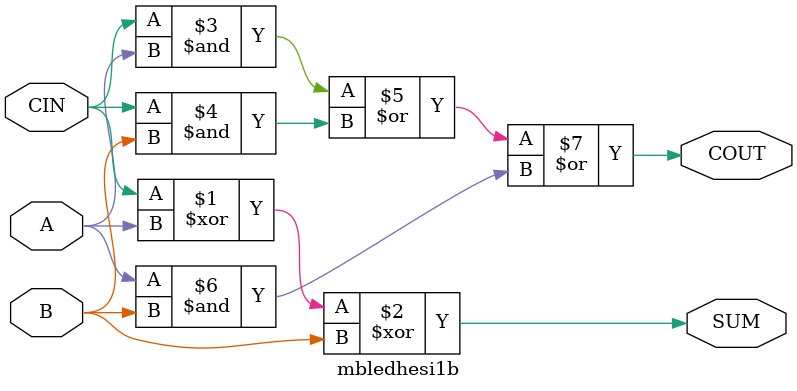
<source format=v>
`timescale 1ns / 1ps


module mbledhesi1b(

 input A,
    input B,
    input CIN,
    output SUM,
    output COUT
    );
    
assign SUM = CIN ^ A ^ B;
assign COUT = CIN & A | CIN & B | A & B;
    
endmodule

</source>
